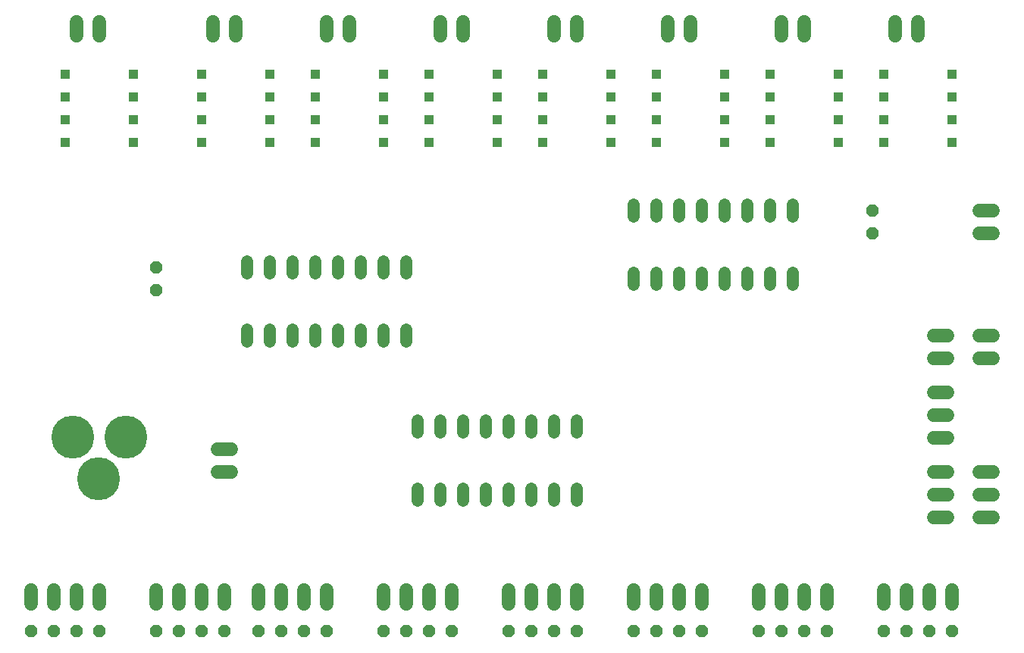
<source format=gbr>
G04 EAGLE Gerber RS-274X export*
G75*
%MOMM*%
%FSLAX34Y34*%
%LPD*%
%INTop Copper*%
%IPPOS*%
%AMOC8*
5,1,8,0,0,1.08239X$1,22.5*%
G01*
%ADD10C,1.524000*%
%ADD11P,1.429621X8X112.500000*%
%ADD12P,1.429621X8X292.500000*%
%ADD13C,1.320800*%
%ADD14P,1.429621X8X22.500000*%
%ADD15C,4.800000*%
%ADD16R,1.108000X1.108000*%


D10*
X1137920Y368300D02*
X1122680Y368300D01*
X1122680Y393700D02*
X1137920Y393700D01*
X1137920Y241300D02*
X1122680Y241300D01*
X1122680Y215900D02*
X1137920Y215900D01*
X1137920Y190500D02*
X1122680Y190500D01*
X1087120Y241300D02*
X1071880Y241300D01*
X1071880Y215900D02*
X1087120Y215900D01*
X1087120Y190500D02*
X1071880Y190500D01*
D11*
X1003300Y508000D03*
X1003300Y533400D03*
D12*
X203200Y469900D03*
X203200Y444500D03*
D10*
X1071880Y330200D02*
X1087120Y330200D01*
X1087120Y304800D02*
X1071880Y304800D01*
X1071880Y279400D02*
X1087120Y279400D01*
X1087120Y368300D02*
X1071880Y368300D01*
X1071880Y393700D02*
X1087120Y393700D01*
D13*
X914400Y526796D02*
X914400Y540004D01*
X889000Y540004D02*
X889000Y526796D01*
X812800Y526796D02*
X812800Y540004D01*
X787400Y540004D02*
X787400Y526796D01*
X863600Y526796D02*
X863600Y540004D01*
X838200Y540004D02*
X838200Y526796D01*
X762000Y526796D02*
X762000Y540004D01*
X736600Y540004D02*
X736600Y526796D01*
X736600Y463804D02*
X736600Y450596D01*
X762000Y450596D02*
X762000Y463804D01*
X787400Y463804D02*
X787400Y450596D01*
X812800Y450596D02*
X812800Y463804D01*
X838200Y463804D02*
X838200Y450596D01*
X863600Y450596D02*
X863600Y463804D01*
X889000Y463804D02*
X889000Y450596D01*
X914400Y450596D02*
X914400Y463804D01*
X304800Y400304D02*
X304800Y387096D01*
X330200Y387096D02*
X330200Y400304D01*
X406400Y400304D02*
X406400Y387096D01*
X431800Y387096D02*
X431800Y400304D01*
X355600Y400304D02*
X355600Y387096D01*
X381000Y387096D02*
X381000Y400304D01*
X457200Y400304D02*
X457200Y387096D01*
X482600Y387096D02*
X482600Y400304D01*
X482600Y463296D02*
X482600Y476504D01*
X457200Y476504D02*
X457200Y463296D01*
X431800Y463296D02*
X431800Y476504D01*
X406400Y476504D02*
X406400Y463296D01*
X381000Y463296D02*
X381000Y476504D01*
X355600Y476504D02*
X355600Y463296D01*
X330200Y463296D02*
X330200Y476504D01*
X304800Y476504D02*
X304800Y463296D01*
D10*
X546100Y728980D02*
X546100Y744220D01*
X520700Y744220D02*
X520700Y728980D01*
X419100Y728980D02*
X419100Y744220D01*
X393700Y744220D02*
X393700Y728980D01*
X1054100Y728980D02*
X1054100Y744220D01*
X1028700Y744220D02*
X1028700Y728980D01*
X927100Y728980D02*
X927100Y744220D01*
X901700Y744220D02*
X901700Y728980D01*
X292100Y728980D02*
X292100Y744220D01*
X266700Y744220D02*
X266700Y728980D01*
X139700Y728980D02*
X139700Y744220D01*
X114300Y744220D02*
X114300Y728980D01*
X800100Y728980D02*
X800100Y744220D01*
X774700Y744220D02*
X774700Y728980D01*
X673100Y728980D02*
X673100Y744220D01*
X647700Y744220D02*
X647700Y728980D01*
D13*
X495300Y222504D02*
X495300Y209296D01*
X520700Y209296D02*
X520700Y222504D01*
X596900Y222504D02*
X596900Y209296D01*
X622300Y209296D02*
X622300Y222504D01*
X546100Y222504D02*
X546100Y209296D01*
X571500Y209296D02*
X571500Y222504D01*
X647700Y222504D02*
X647700Y209296D01*
X673100Y209296D02*
X673100Y222504D01*
X673100Y285496D02*
X673100Y298704D01*
X647700Y298704D02*
X647700Y285496D01*
X622300Y285496D02*
X622300Y298704D01*
X596900Y298704D02*
X596900Y285496D01*
X571500Y285496D02*
X571500Y298704D01*
X546100Y298704D02*
X546100Y285496D01*
X520700Y285496D02*
X520700Y298704D01*
X495300Y298704D02*
X495300Y285496D01*
D10*
X1016000Y109220D02*
X1016000Y93980D01*
X1041400Y93980D02*
X1041400Y109220D01*
X876300Y109220D02*
X876300Y93980D01*
X901700Y93980D02*
X901700Y109220D01*
X736600Y109220D02*
X736600Y93980D01*
X762000Y93980D02*
X762000Y109220D01*
X596900Y109220D02*
X596900Y93980D01*
X622300Y93980D02*
X622300Y109220D01*
X457200Y109220D02*
X457200Y93980D01*
X482600Y93980D02*
X482600Y109220D01*
X317500Y109220D02*
X317500Y93980D01*
X342900Y93980D02*
X342900Y109220D01*
X203200Y109220D02*
X203200Y93980D01*
X228600Y93980D02*
X228600Y109220D01*
X63500Y109220D02*
X63500Y93980D01*
X88900Y93980D02*
X88900Y109220D01*
X1092200Y109220D02*
X1092200Y93980D01*
X1066800Y93980D02*
X1066800Y109220D01*
X952500Y109220D02*
X952500Y93980D01*
X927100Y93980D02*
X927100Y109220D01*
X812800Y109220D02*
X812800Y93980D01*
X787400Y93980D02*
X787400Y109220D01*
X673100Y109220D02*
X673100Y93980D01*
X647700Y93980D02*
X647700Y109220D01*
X533400Y109220D02*
X533400Y93980D01*
X508000Y93980D02*
X508000Y109220D01*
X393700Y109220D02*
X393700Y93980D01*
X368300Y93980D02*
X368300Y109220D01*
X279400Y109220D02*
X279400Y93980D01*
X254000Y93980D02*
X254000Y109220D01*
X139700Y109220D02*
X139700Y93980D01*
X114300Y93980D02*
X114300Y109220D01*
D14*
X1016000Y63500D03*
X1041400Y63500D03*
X508000Y63500D03*
X533400Y63500D03*
X317500Y63500D03*
X342900Y63500D03*
X368300Y63500D03*
X393700Y63500D03*
X203200Y63500D03*
X228600Y63500D03*
X254000Y63500D03*
X279400Y63500D03*
X63500Y63500D03*
X88900Y63500D03*
X114300Y63500D03*
X139700Y63500D03*
X1066800Y63500D03*
X1092200Y63500D03*
X876300Y63500D03*
X901700Y63500D03*
X927100Y63500D03*
X952500Y63500D03*
X736600Y63500D03*
X762000Y63500D03*
X787400Y63500D03*
X812800Y63500D03*
X596900Y63500D03*
X622300Y63500D03*
X647700Y63500D03*
X673100Y63500D03*
X457200Y63500D03*
X482600Y63500D03*
D10*
X1122680Y508000D02*
X1137920Y508000D01*
X1137920Y533400D02*
X1122680Y533400D01*
D15*
X139100Y233400D03*
X169100Y280400D03*
X110100Y280400D03*
D10*
X271780Y241300D02*
X287020Y241300D01*
X287020Y266700D02*
X271780Y266700D01*
D16*
X101600Y685800D03*
X101600Y660400D03*
X101600Y635000D03*
X101600Y609600D03*
X177800Y609600D03*
X177800Y635000D03*
X177800Y660400D03*
X177800Y685800D03*
X254000Y685800D03*
X254000Y660400D03*
X254000Y635000D03*
X254000Y609600D03*
X330200Y609600D03*
X330200Y635000D03*
X330200Y660400D03*
X330200Y685800D03*
X508000Y685800D03*
X508000Y660400D03*
X508000Y635000D03*
X508000Y609600D03*
X584200Y609600D03*
X584200Y635000D03*
X584200Y660400D03*
X584200Y685800D03*
X381000Y685800D03*
X381000Y660400D03*
X381000Y635000D03*
X381000Y609600D03*
X457200Y609600D03*
X457200Y635000D03*
X457200Y660400D03*
X457200Y685800D03*
X1016000Y685800D03*
X1016000Y660400D03*
X1016000Y635000D03*
X1016000Y609600D03*
X1092200Y609600D03*
X1092200Y635000D03*
X1092200Y660400D03*
X1092200Y685800D03*
X889000Y685800D03*
X889000Y660400D03*
X889000Y635000D03*
X889000Y609600D03*
X965200Y609600D03*
X965200Y635000D03*
X965200Y660400D03*
X965200Y685800D03*
X635000Y685800D03*
X635000Y660400D03*
X635000Y635000D03*
X635000Y609600D03*
X711200Y609600D03*
X711200Y635000D03*
X711200Y660400D03*
X711200Y685800D03*
X762000Y685800D03*
X762000Y660400D03*
X762000Y635000D03*
X762000Y609600D03*
X838200Y609600D03*
X838200Y635000D03*
X838200Y660400D03*
X838200Y685800D03*
M02*

</source>
